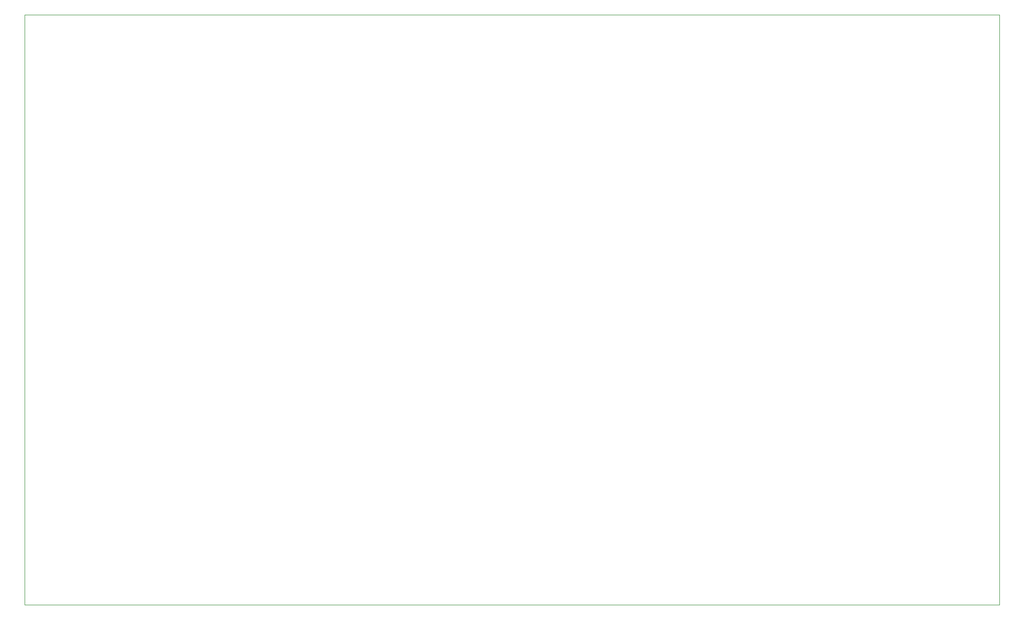
<source format=gm1>
G04 #@! TF.GenerationSoftware,KiCad,Pcbnew,6.0.5+dfsg-1~bpo11+1*
G04 #@! TF.CreationDate,2022-08-16T14:47:16+00:00*
G04 #@! TF.ProjectId,filter_board,66696c74-6572-45f6-926f-6172642e6b69,0*
G04 #@! TF.SameCoordinates,Original*
G04 #@! TF.FileFunction,Profile,NP*
%FSLAX46Y46*%
G04 Gerber Fmt 4.6, Leading zero omitted, Abs format (unit mm)*
G04 Created by KiCad (PCBNEW 6.0.5+dfsg-1~bpo11+1) date 2022-08-16 14:47:16*
%MOMM*%
%LPD*%
G01*
G04 APERTURE LIST*
G04 #@! TA.AperFunction,Profile*
%ADD10C,0.100000*%
G04 #@! TD*
G04 APERTURE END LIST*
D10*
X60960000Y-146050000D02*
X60960000Y-44450000D01*
X228600000Y-146050000D02*
X60960000Y-146050000D01*
X60960000Y-44450000D02*
X228600000Y-44450000D01*
X228600000Y-44450000D02*
X228600000Y-146050000D01*
M02*

</source>
